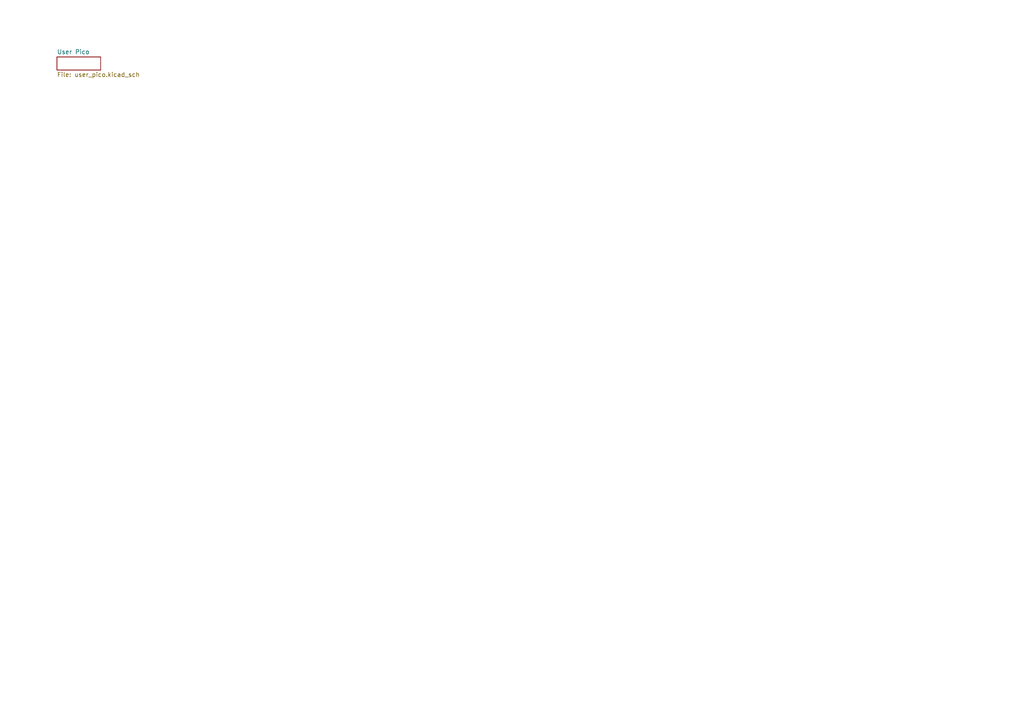
<source format=kicad_sch>
(kicad_sch (version 20230121) (generator eeschema)
  (paper "A4")
  (lib_symbols)
  (sheet (at 16.51 16.51) (size 12.7 3.81) (stroke (width 0.1524))
    (property "Sheetname" "User Pico" (at 16.51 15.7984 0) (effects (justify left bottom)))
    (property "Sheetfile" "user_pico.kicad_sch" (at 16.51 20.9046 0) (effects (justify left top)))
  )
)
</source>
